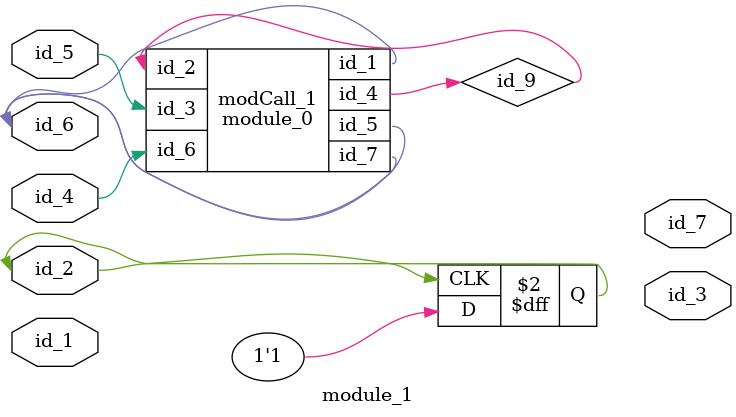
<source format=v>
module module_0 (
    id_1,
    id_2,
    id_3,
    id_4,
    id_5,
    id_6,
    id_7
);
  inout wire id_7;
  input wire id_6;
  output wire id_5;
  inout wire id_4;
  input wire id_3;
  input wire id_2;
  inout wire id_1;
  wire id_8;
  wire id_9;
  wire id_10 = id_3, id_11;
endmodule
module module_1 (
    id_1,
    id_2,
    id_3,
    id_4,
    id_5,
    id_6,
    id_7
);
  output wire id_7;
  inout wire id_6;
  input wire id_5;
  input wire id_4;
  output wire id_3;
  inout wire id_2;
  input wire id_1;
  reg  id_8;
  wire id_9;
  module_0 modCall_1 (
      id_6,
      id_9,
      id_5,
      id_9,
      id_6,
      id_4,
      id_6
  );
  always @(posedge id_2) begin : LABEL_0
    id_8 <= 1;
    id_2 <= 1;
  end
endmodule

</source>
